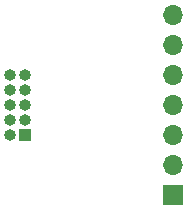
<source format=gbr>
%TF.GenerationSoftware,KiCad,Pcbnew,6.0.7-f9a2dced07~116~ubuntu22.04.1*%
%TF.CreationDate,2022-08-25T19:52:29+02:00*%
%TF.ProjectId,cortex_debug_adapter,636f7274-6578-45f6-9465-6275675f6164,rev?*%
%TF.SameCoordinates,Original*%
%TF.FileFunction,Soldermask,Top*%
%TF.FilePolarity,Negative*%
%FSLAX46Y46*%
G04 Gerber Fmt 4.6, Leading zero omitted, Abs format (unit mm)*
G04 Created by KiCad (PCBNEW 6.0.7-f9a2dced07~116~ubuntu22.04.1) date 2022-08-25 19:52:29*
%MOMM*%
%LPD*%
G01*
G04 APERTURE LIST*
%ADD10R,1.700000X1.700000*%
%ADD11O,1.700000X1.700000*%
%ADD12R,1.000000X1.000000*%
%ADD13O,1.000000X1.000000*%
G04 APERTURE END LIST*
D10*
%TO.C,J2*%
X160800000Y-108202500D03*
D11*
X160800000Y-105662500D03*
X160800000Y-103122500D03*
X160800000Y-100582500D03*
X160800000Y-98042500D03*
X160800000Y-95502500D03*
X160800000Y-92962500D03*
%TD*%
D12*
%TO.C,J1*%
X148275000Y-103117500D03*
D13*
X147005000Y-103117500D03*
X148275000Y-101847500D03*
X147005000Y-101847500D03*
X148275000Y-100577500D03*
X147005000Y-100577500D03*
X148275000Y-99307500D03*
X147005000Y-99307500D03*
X148275000Y-98037500D03*
X147005000Y-98037500D03*
%TD*%
M02*

</source>
